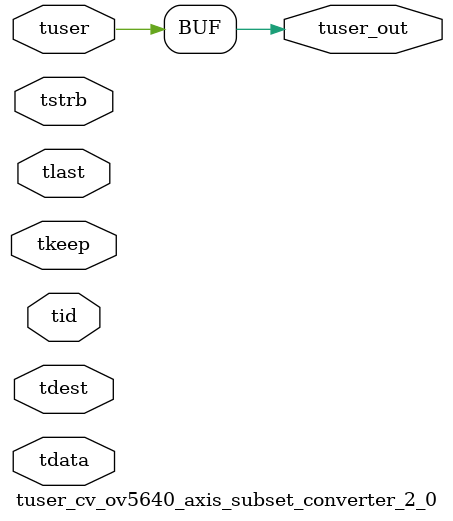
<source format=v>


`timescale 1ps/1ps

module tuser_cv_ov5640_axis_subset_converter_2_0 #
(
parameter C_S_AXIS_TUSER_WIDTH = 1,
parameter C_S_AXIS_TDATA_WIDTH = 32,
parameter C_S_AXIS_TID_WIDTH   = 0,
parameter C_S_AXIS_TDEST_WIDTH = 0,
parameter C_M_AXIS_TUSER_WIDTH = 1
)
(
input  [(C_S_AXIS_TUSER_WIDTH == 0 ? 1 : C_S_AXIS_TUSER_WIDTH)-1:0     ] tuser,
input  [(C_S_AXIS_TDATA_WIDTH == 0 ? 1 : C_S_AXIS_TDATA_WIDTH)-1:0     ] tdata,
input  [(C_S_AXIS_TID_WIDTH   == 0 ? 1 : C_S_AXIS_TID_WIDTH)-1:0       ] tid,
input  [(C_S_AXIS_TDEST_WIDTH == 0 ? 1 : C_S_AXIS_TDEST_WIDTH)-1:0     ] tdest,
input  [(C_S_AXIS_TDATA_WIDTH/8)-1:0 ] tkeep,
input  [(C_S_AXIS_TDATA_WIDTH/8)-1:0 ] tstrb,
input                                                                    tlast,
output [C_M_AXIS_TUSER_WIDTH-1:0] tuser_out
);

assign tuser_out = {tuser[0:0]};

endmodule


</source>
